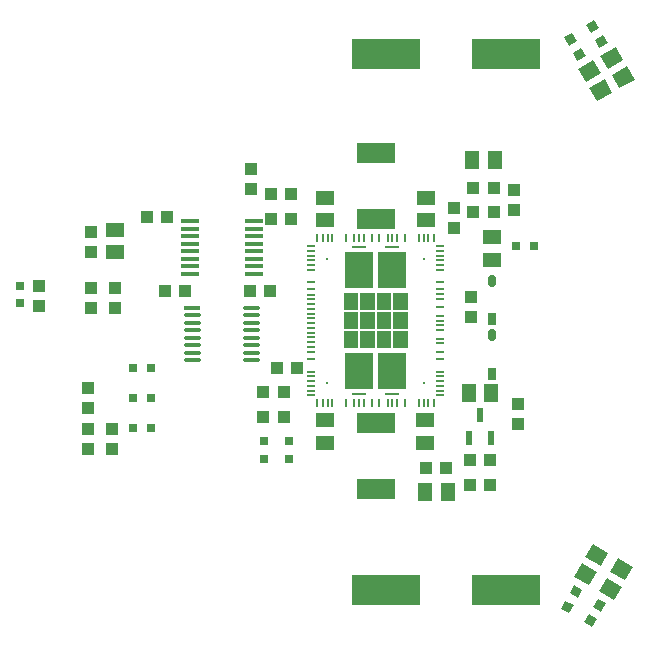
<source format=gbr>
G04 EAGLE Gerber RS-274X export*
G75*
%MOMM*%
%FSLAX34Y34*%
%LPD*%
%INSolderpaste Top*%
%IPPOS*%
%AMOC8*
5,1,8,0,0,1.08239X$1,22.5*%
G01*
%ADD10R,0.800000X0.800000*%
%ADD11R,1.100000X1.000000*%
%ADD12R,1.500000X1.300000*%
%ADD13R,1.000000X1.100000*%
%ADD14R,0.762000X0.254000*%
%ADD15R,0.254000X0.762000*%
%ADD16R,1.270000X0.127000*%
%ADD17R,2.387600X3.098800*%
%ADD18R,0.127000X0.127000*%
%ADD19R,3.200000X1.800000*%
%ADD20R,1.300000X1.500000*%
%ADD21R,5.800000X2.500000*%
%ADD22R,0.610000X1.260000*%
%ADD23R,0.800000X0.800000*%
%ADD24R,0.641000X1.006000*%
%ADD25C,0.641000*%
%ADD26R,1.480000X0.344000*%
%ADD27C,0.344000*%
%ADD28R,1.600000X0.410000*%

G36*
X-154827Y8876D02*
X-154827Y8876D01*
X-154825Y8875D01*
X-154782Y8895D01*
X-154738Y8913D01*
X-154737Y8915D01*
X-154735Y8916D01*
X-154703Y9001D01*
X-154703Y23003D01*
X-154703Y23005D01*
X-154703Y23007D01*
X-154722Y23050D01*
X-154741Y23094D01*
X-154743Y23094D01*
X-154744Y23096D01*
X-154829Y23129D01*
X-166799Y23129D01*
X-166801Y23128D01*
X-166803Y23129D01*
X-166846Y23109D01*
X-166889Y23091D01*
X-166890Y23089D01*
X-166892Y23088D01*
X-166925Y23003D01*
X-166925Y9001D01*
X-166924Y8999D01*
X-166925Y8997D01*
X-166905Y8954D01*
X-166887Y8910D01*
X-166885Y8910D01*
X-166884Y8908D01*
X-166799Y8875D01*
X-154829Y8875D01*
X-154827Y8876D01*
G37*
G36*
X-168797Y8876D02*
X-168797Y8876D01*
X-168795Y8875D01*
X-168752Y8895D01*
X-168708Y8913D01*
X-168707Y8915D01*
X-168705Y8916D01*
X-168673Y9001D01*
X-168673Y23003D01*
X-168673Y23005D01*
X-168673Y23007D01*
X-168692Y23050D01*
X-168711Y23094D01*
X-168713Y23094D01*
X-168714Y23096D01*
X-168799Y23129D01*
X-180769Y23129D01*
X-180771Y23128D01*
X-180773Y23129D01*
X-180816Y23109D01*
X-180859Y23091D01*
X-180860Y23089D01*
X-180862Y23088D01*
X-180895Y23003D01*
X-180895Y9001D01*
X-180894Y8999D01*
X-180895Y8997D01*
X-180875Y8954D01*
X-180857Y8910D01*
X-180855Y8910D01*
X-180854Y8908D01*
X-180769Y8875D01*
X-168799Y8875D01*
X-168797Y8876D01*
G37*
G36*
X-196737Y8876D02*
X-196737Y8876D01*
X-196735Y8875D01*
X-196692Y8895D01*
X-196648Y8913D01*
X-196647Y8915D01*
X-196645Y8916D01*
X-196613Y9001D01*
X-196613Y23003D01*
X-196613Y23005D01*
X-196613Y23007D01*
X-196632Y23050D01*
X-196651Y23094D01*
X-196653Y23094D01*
X-196654Y23096D01*
X-196739Y23129D01*
X-208709Y23129D01*
X-208711Y23128D01*
X-208713Y23129D01*
X-208756Y23109D01*
X-208799Y23091D01*
X-208800Y23089D01*
X-208802Y23088D01*
X-208835Y23003D01*
X-208835Y9001D01*
X-208834Y8999D01*
X-208835Y8997D01*
X-208815Y8954D01*
X-208797Y8910D01*
X-208795Y8910D01*
X-208794Y8908D01*
X-208709Y8875D01*
X-196739Y8875D01*
X-196737Y8876D01*
G37*
G36*
X-182767Y8876D02*
X-182767Y8876D01*
X-182765Y8875D01*
X-182722Y8895D01*
X-182678Y8913D01*
X-182677Y8915D01*
X-182675Y8916D01*
X-182643Y9001D01*
X-182643Y23003D01*
X-182643Y23005D01*
X-182643Y23007D01*
X-182662Y23050D01*
X-182681Y23094D01*
X-182683Y23094D01*
X-182684Y23096D01*
X-182769Y23129D01*
X-194739Y23129D01*
X-194741Y23128D01*
X-194743Y23129D01*
X-194786Y23109D01*
X-194829Y23091D01*
X-194830Y23089D01*
X-194832Y23088D01*
X-194865Y23003D01*
X-194865Y9001D01*
X-194864Y8999D01*
X-194865Y8997D01*
X-194845Y8954D01*
X-194827Y8910D01*
X-194825Y8910D01*
X-194824Y8908D01*
X-194739Y8875D01*
X-182769Y8875D01*
X-182767Y8876D01*
G37*
G36*
X-168797Y-7126D02*
X-168797Y-7126D01*
X-168795Y-7127D01*
X-168752Y-7107D01*
X-168708Y-7089D01*
X-168707Y-7087D01*
X-168705Y-7086D01*
X-168673Y-7001D01*
X-168673Y7001D01*
X-168673Y7003D01*
X-168673Y7005D01*
X-168692Y7048D01*
X-168711Y7092D01*
X-168713Y7092D01*
X-168714Y7094D01*
X-168799Y7127D01*
X-180769Y7127D01*
X-180771Y7126D01*
X-180773Y7127D01*
X-180816Y7107D01*
X-180859Y7089D01*
X-180860Y7087D01*
X-180862Y7086D01*
X-180895Y7001D01*
X-180895Y-7001D01*
X-180894Y-7003D01*
X-180895Y-7005D01*
X-180875Y-7048D01*
X-180857Y-7092D01*
X-180855Y-7092D01*
X-180854Y-7094D01*
X-180769Y-7127D01*
X-168799Y-7127D01*
X-168797Y-7126D01*
G37*
G36*
X-154827Y-7126D02*
X-154827Y-7126D01*
X-154825Y-7127D01*
X-154782Y-7107D01*
X-154738Y-7089D01*
X-154737Y-7087D01*
X-154735Y-7086D01*
X-154703Y-7001D01*
X-154703Y7001D01*
X-154703Y7003D01*
X-154703Y7005D01*
X-154722Y7048D01*
X-154741Y7092D01*
X-154743Y7092D01*
X-154744Y7094D01*
X-154829Y7127D01*
X-166799Y7127D01*
X-166801Y7126D01*
X-166803Y7127D01*
X-166846Y7107D01*
X-166889Y7089D01*
X-166890Y7087D01*
X-166892Y7086D01*
X-166925Y7001D01*
X-166925Y-7001D01*
X-166924Y-7003D01*
X-166925Y-7005D01*
X-166905Y-7048D01*
X-166887Y-7092D01*
X-166885Y-7092D01*
X-166884Y-7094D01*
X-166799Y-7127D01*
X-154829Y-7127D01*
X-154827Y-7126D01*
G37*
G36*
X-182767Y-7126D02*
X-182767Y-7126D01*
X-182765Y-7127D01*
X-182722Y-7107D01*
X-182678Y-7089D01*
X-182677Y-7087D01*
X-182675Y-7086D01*
X-182643Y-7001D01*
X-182643Y7001D01*
X-182643Y7003D01*
X-182643Y7005D01*
X-182662Y7048D01*
X-182681Y7092D01*
X-182683Y7092D01*
X-182684Y7094D01*
X-182769Y7127D01*
X-194739Y7127D01*
X-194741Y7126D01*
X-194743Y7127D01*
X-194786Y7107D01*
X-194829Y7089D01*
X-194830Y7087D01*
X-194832Y7086D01*
X-194865Y7001D01*
X-194865Y-7001D01*
X-194864Y-7003D01*
X-194865Y-7005D01*
X-194845Y-7048D01*
X-194827Y-7092D01*
X-194825Y-7092D01*
X-194824Y-7094D01*
X-194739Y-7127D01*
X-182769Y-7127D01*
X-182767Y-7126D01*
G37*
G36*
X-196737Y-7126D02*
X-196737Y-7126D01*
X-196735Y-7127D01*
X-196692Y-7107D01*
X-196648Y-7089D01*
X-196647Y-7087D01*
X-196645Y-7086D01*
X-196613Y-7001D01*
X-196613Y7001D01*
X-196613Y7003D01*
X-196613Y7005D01*
X-196632Y7048D01*
X-196651Y7092D01*
X-196653Y7092D01*
X-196654Y7094D01*
X-196739Y7127D01*
X-208709Y7127D01*
X-208711Y7126D01*
X-208713Y7127D01*
X-208756Y7107D01*
X-208799Y7089D01*
X-208800Y7087D01*
X-208802Y7086D01*
X-208835Y7001D01*
X-208835Y-7001D01*
X-208834Y-7003D01*
X-208835Y-7005D01*
X-208815Y-7048D01*
X-208797Y-7092D01*
X-208795Y-7092D01*
X-208794Y-7094D01*
X-208709Y-7127D01*
X-196739Y-7127D01*
X-196737Y-7126D01*
G37*
G36*
X-154827Y-23128D02*
X-154827Y-23128D01*
X-154825Y-23129D01*
X-154782Y-23109D01*
X-154738Y-23091D01*
X-154737Y-23089D01*
X-154735Y-23088D01*
X-154703Y-23003D01*
X-154703Y-9001D01*
X-154703Y-8999D01*
X-154703Y-8997D01*
X-154722Y-8954D01*
X-154741Y-8910D01*
X-154743Y-8910D01*
X-154744Y-8908D01*
X-154829Y-8875D01*
X-166799Y-8875D01*
X-166801Y-8876D01*
X-166803Y-8875D01*
X-166846Y-8895D01*
X-166889Y-8913D01*
X-166890Y-8915D01*
X-166892Y-8916D01*
X-166925Y-9001D01*
X-166925Y-23003D01*
X-166924Y-23005D01*
X-166925Y-23007D01*
X-166905Y-23050D01*
X-166887Y-23094D01*
X-166885Y-23094D01*
X-166884Y-23096D01*
X-166799Y-23129D01*
X-154829Y-23129D01*
X-154827Y-23128D01*
G37*
G36*
X-168797Y-23128D02*
X-168797Y-23128D01*
X-168795Y-23129D01*
X-168752Y-23109D01*
X-168708Y-23091D01*
X-168707Y-23089D01*
X-168705Y-23088D01*
X-168673Y-23003D01*
X-168673Y-9001D01*
X-168673Y-8999D01*
X-168673Y-8997D01*
X-168692Y-8954D01*
X-168711Y-8910D01*
X-168713Y-8910D01*
X-168714Y-8908D01*
X-168799Y-8875D01*
X-180769Y-8875D01*
X-180771Y-8876D01*
X-180773Y-8875D01*
X-180816Y-8895D01*
X-180859Y-8913D01*
X-180860Y-8915D01*
X-180862Y-8916D01*
X-180895Y-9001D01*
X-180895Y-23003D01*
X-180894Y-23005D01*
X-180895Y-23007D01*
X-180875Y-23050D01*
X-180857Y-23094D01*
X-180855Y-23094D01*
X-180854Y-23096D01*
X-180769Y-23129D01*
X-168799Y-23129D01*
X-168797Y-23128D01*
G37*
G36*
X-182767Y-23128D02*
X-182767Y-23128D01*
X-182765Y-23129D01*
X-182722Y-23109D01*
X-182678Y-23091D01*
X-182677Y-23089D01*
X-182675Y-23088D01*
X-182643Y-23003D01*
X-182643Y-9001D01*
X-182643Y-8999D01*
X-182643Y-8997D01*
X-182662Y-8954D01*
X-182681Y-8910D01*
X-182683Y-8910D01*
X-182684Y-8908D01*
X-182769Y-8875D01*
X-194739Y-8875D01*
X-194741Y-8876D01*
X-194743Y-8875D01*
X-194786Y-8895D01*
X-194829Y-8913D01*
X-194830Y-8915D01*
X-194832Y-8916D01*
X-194865Y-9001D01*
X-194865Y-23003D01*
X-194864Y-23005D01*
X-194865Y-23007D01*
X-194845Y-23050D01*
X-194827Y-23094D01*
X-194825Y-23094D01*
X-194824Y-23096D01*
X-194739Y-23129D01*
X-182769Y-23129D01*
X-182767Y-23128D01*
G37*
G36*
X-196737Y-23128D02*
X-196737Y-23128D01*
X-196735Y-23129D01*
X-196692Y-23109D01*
X-196648Y-23091D01*
X-196647Y-23089D01*
X-196645Y-23088D01*
X-196613Y-23003D01*
X-196613Y-9001D01*
X-196613Y-8999D01*
X-196613Y-8997D01*
X-196632Y-8954D01*
X-196651Y-8910D01*
X-196653Y-8910D01*
X-196654Y-8908D01*
X-196739Y-8875D01*
X-208709Y-8875D01*
X-208711Y-8876D01*
X-208713Y-8875D01*
X-208756Y-8895D01*
X-208799Y-8913D01*
X-208800Y-8915D01*
X-208802Y-8916D01*
X-208835Y-9001D01*
X-208835Y-23003D01*
X-208834Y-23005D01*
X-208835Y-23007D01*
X-208815Y-23050D01*
X-208797Y-23094D01*
X-208795Y-23094D01*
X-208794Y-23096D01*
X-208709Y-23129D01*
X-196739Y-23129D01*
X-196737Y-23128D01*
G37*
D10*
X-482600Y14725D03*
X-482600Y29725D03*
D11*
X-466725Y12138D03*
X-466725Y29138D03*
D12*
X-402431Y76969D03*
X-402431Y57969D03*
D13*
X-423069Y75175D03*
X-423069Y58175D03*
D14*
X-236519Y63200D03*
X-236519Y59200D03*
X-236519Y55200D03*
X-236519Y51200D03*
X-236519Y47200D03*
X-236519Y43200D03*
X-236519Y32700D03*
X-236519Y26500D03*
X-236519Y22000D03*
X-236519Y18000D03*
X-236519Y14000D03*
X-236519Y10000D03*
X-236519Y6000D03*
X-236519Y2000D03*
X-236519Y-2000D03*
X-236519Y-6000D03*
X-236519Y-10000D03*
X-236519Y-14000D03*
X-236519Y-18000D03*
X-236519Y-22000D03*
X-236519Y-26500D03*
X-236519Y-32700D03*
X-236519Y-43200D03*
X-236519Y-47200D03*
X-236519Y-51200D03*
X-236519Y-55200D03*
X-236519Y-59200D03*
X-236519Y-63200D03*
D15*
X-231069Y-69750D03*
X-226369Y-69750D03*
X-222369Y-69750D03*
X-218369Y-69750D03*
X-206869Y-69750D03*
X-199969Y-69750D03*
X-195969Y-69750D03*
X-191869Y-69750D03*
X-184969Y-69750D03*
X-178569Y-69750D03*
X-171669Y-69750D03*
X-167569Y-69750D03*
X-163569Y-69750D03*
X-156669Y-69750D03*
X-145169Y-69750D03*
X-141169Y-69750D03*
X-137169Y-69750D03*
X-132469Y-69750D03*
D14*
X-127019Y-63200D03*
X-127019Y-59200D03*
X-127019Y-55200D03*
X-127019Y-51200D03*
X-127019Y-47200D03*
X-127019Y-43200D03*
X-127019Y-32700D03*
X-127019Y-26500D03*
X-127019Y-19300D03*
X-127019Y-15300D03*
X-127019Y-8000D03*
X-127019Y-4000D03*
X-127019Y0D03*
X-127019Y4000D03*
X-127019Y11300D03*
X-127019Y18500D03*
X-127019Y22500D03*
X-127019Y26500D03*
X-127019Y32700D03*
X-127019Y43200D03*
X-127019Y47200D03*
X-127019Y51200D03*
X-127019Y55200D03*
X-127019Y59200D03*
X-127019Y63200D03*
D15*
X-132469Y69750D03*
X-137169Y69750D03*
X-141169Y69750D03*
X-145169Y69750D03*
X-156669Y69750D03*
X-163569Y69750D03*
X-167569Y69750D03*
X-171669Y69750D03*
X-178569Y69750D03*
X-184969Y69750D03*
X-191869Y69750D03*
X-195969Y69750D03*
X-199969Y69750D03*
X-206869Y69750D03*
X-218369Y69750D03*
X-222369Y69750D03*
X-226369Y69750D03*
X-231069Y69750D03*
D16*
X-195969Y-62058D03*
D17*
X-167969Y42600D03*
D18*
X-140919Y52600D03*
X-222619Y-52600D03*
D17*
X-195569Y42600D03*
X-195569Y-42600D03*
D16*
X-167569Y62058D03*
X-195969Y62058D03*
X-167569Y-62058D03*
D17*
X-167969Y-42600D03*
D18*
X-140919Y-52600D03*
X-222619Y52600D03*
D19*
X-181769Y-142300D03*
X-181769Y-86300D03*
X-181769Y142300D03*
X-181769Y86300D03*
D13*
X-98988Y112713D03*
X-81988Y112713D03*
X-287338Y111356D03*
X-287338Y128356D03*
D11*
X-265675Y-39688D03*
X-248675Y-39688D03*
D13*
X-65088Y110894D03*
X-65088Y93894D03*
D11*
X-85163Y-118269D03*
X-102163Y-118269D03*
D13*
X-61119Y-70875D03*
X-61119Y-87875D03*
D11*
X-270438Y107156D03*
X-253438Y107156D03*
D20*
X-103163Y-61119D03*
X-84163Y-61119D03*
X-80988Y135731D03*
X-99988Y135731D03*
D12*
X-224631Y-84163D03*
X-224631Y-103163D03*
X-139700Y-84163D03*
X-139700Y-103163D03*
X-138906Y84956D03*
X-138906Y103956D03*
X-224631Y84956D03*
X-224631Y103956D03*
D21*
X-71738Y226219D03*
X-172738Y226219D03*
X-71738Y-227806D03*
X-172738Y-227806D03*
D22*
X-103163Y-99644D03*
X-84163Y-99644D03*
X-93663Y-79744D03*
D10*
X-254794Y-102038D03*
X-254794Y-117038D03*
D20*
G36*
X5605Y-212830D02*
X-895Y-224088D01*
X-13885Y-216588D01*
X-7385Y-205330D01*
X5605Y-212830D01*
G37*
G36*
X15105Y-196375D02*
X8605Y-207633D01*
X-4385Y-200133D01*
X2115Y-188875D01*
X15105Y-196375D01*
G37*
D23*
G36*
X-10767Y-234897D02*
X-17695Y-230897D01*
X-13695Y-223969D01*
X-6767Y-227969D01*
X-10767Y-234897D01*
G37*
G36*
X-18267Y-247887D02*
X-25195Y-243887D01*
X-21195Y-236959D01*
X-14267Y-240959D01*
X-18267Y-247887D01*
G37*
D10*
X-63063Y63500D03*
X-48063Y63500D03*
D24*
X-83344Y-44825D03*
D25*
X-83344Y-14150D02*
X-83344Y-10500D01*
D24*
X-83344Y1213D03*
D25*
X-83344Y31888D02*
X-83344Y35538D01*
D10*
X-276225Y-102038D03*
X-276225Y-117038D03*
D13*
X-259788Y-81756D03*
X-276788Y-81756D03*
X-259788Y-60325D03*
X-276788Y-60325D03*
X-81988Y92075D03*
X-98988Y92075D03*
D11*
X-100806Y3406D03*
X-100806Y20406D03*
D20*
G36*
X26717Y-225133D02*
X20217Y-236391D01*
X7227Y-228891D01*
X13727Y-217633D01*
X26717Y-225133D01*
G37*
G36*
X36217Y-208678D02*
X29717Y-219936D01*
X16727Y-212436D01*
X23227Y-201178D01*
X36217Y-208678D01*
G37*
D23*
G36*
X9076Y-246222D02*
X2148Y-242222D01*
X6148Y-235294D01*
X13076Y-239294D01*
X9076Y-246222D01*
G37*
G36*
X1576Y-259212D02*
X-5352Y-255212D01*
X-1352Y-248284D01*
X5576Y-252284D01*
X1576Y-259212D01*
G37*
D20*
G36*
X-4026Y202048D02*
X-10526Y213306D01*
X2464Y220806D01*
X8964Y209548D01*
X-4026Y202048D01*
G37*
G36*
X5474Y185594D02*
X-1026Y196852D01*
X11964Y204352D01*
X18464Y193094D01*
X5474Y185594D01*
G37*
D23*
G36*
X-14967Y226850D02*
X-8039Y230850D01*
X-4039Y223922D01*
X-10967Y219922D01*
X-14967Y226850D01*
G37*
G36*
X-22467Y239841D02*
X-15539Y243841D01*
X-11539Y236913D01*
X-18467Y232913D01*
X-22467Y239841D01*
G37*
D20*
G36*
X15024Y213161D02*
X8524Y224419D01*
X21514Y231919D01*
X28014Y220661D01*
X15024Y213161D01*
G37*
G36*
X24524Y196706D02*
X18024Y207964D01*
X31014Y215464D01*
X37514Y204206D01*
X24524Y196706D01*
G37*
D23*
G36*
X3630Y237644D02*
X10558Y241644D01*
X14558Y234716D01*
X7630Y230716D01*
X3630Y237644D01*
G37*
G36*
X-3870Y250634D02*
X3058Y254634D01*
X7058Y247706D01*
X130Y243706D01*
X-3870Y250634D01*
G37*
D26*
X-337024Y11108D03*
D27*
X-342704Y4758D02*
X-331344Y4758D01*
X-331344Y-1593D02*
X-342704Y-1593D01*
X-342704Y-7943D02*
X-331344Y-7943D01*
X-331344Y-14293D02*
X-342704Y-14293D01*
X-342704Y-20643D02*
X-331344Y-20643D01*
X-331344Y-26993D02*
X-342704Y-26993D01*
X-342704Y-33343D02*
X-331344Y-33343D01*
X-292544Y-33343D02*
X-281184Y-33343D01*
X-281184Y-26993D02*
X-292544Y-26993D01*
X-292544Y-20643D02*
X-281184Y-20643D01*
X-281184Y-14293D02*
X-292544Y-14293D01*
X-292544Y-7943D02*
X-281184Y-7943D01*
X-281184Y-1593D02*
X-292544Y-1593D01*
X-292544Y4758D02*
X-281184Y4758D01*
X-281184Y11108D02*
X-292544Y11108D01*
D11*
X-270438Y86519D03*
X-253438Y86519D03*
X-343131Y25400D03*
X-360131Y25400D03*
X-287900Y25400D03*
X-270900Y25400D03*
X-358213Y88106D03*
X-375213Y88106D03*
X-122469Y-124619D03*
X-139469Y-124619D03*
D20*
X-120675Y-145256D03*
X-139675Y-145256D03*
D13*
X-85163Y-138906D03*
X-102163Y-138906D03*
D11*
X-115888Y95813D03*
X-115888Y78813D03*
D12*
X-83344Y70619D03*
X-83344Y51619D03*
D28*
X-338944Y84133D03*
X-338944Y77783D03*
X-338944Y71433D03*
X-338944Y65093D03*
X-338944Y58733D03*
X-338944Y52393D03*
X-338944Y46043D03*
X-338944Y39693D03*
X-284944Y39693D03*
X-284944Y46043D03*
X-284944Y52393D03*
X-284944Y58733D03*
X-284944Y65093D03*
X-284944Y71433D03*
X-284944Y77783D03*
X-284944Y84133D03*
D11*
X-425450Y-91513D03*
X-425450Y-108513D03*
D10*
X-386913Y-65088D03*
X-371913Y-65088D03*
D11*
X-425450Y-56588D03*
X-425450Y-73588D03*
D10*
X-386913Y-39688D03*
X-371913Y-39688D03*
D11*
X-404813Y-91513D03*
X-404813Y-108513D03*
D10*
X-386913Y-90488D03*
X-371913Y-90488D03*
D11*
X-423069Y27550D03*
X-423069Y10550D03*
X-402431Y27550D03*
X-402431Y10550D03*
M02*

</source>
